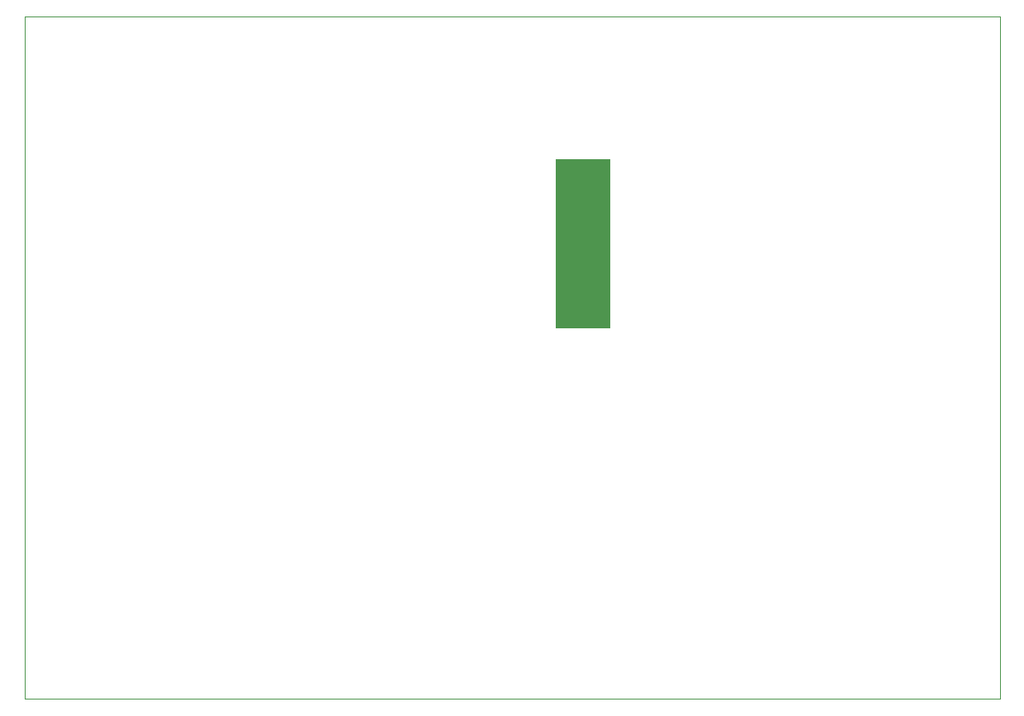
<source format=gbr>
%TF.GenerationSoftware,Altium Limited,Altium Designer,22.8.2 (66)*%
G04 Layer_Color=16711935*
%FSLAX45Y45*%
%MOMM*%
%TF.SameCoordinates,BD556100-397B-4985-8EB5-C039F1F1876F*%
%TF.FilePolarity,Positive*%
%TF.FileFunction,Other,Mechanical_5*%
%TF.Part,Single*%
G01*
G75*
%TA.AperFunction,NonConductor*%
%ADD94C,0.01000*%
G36*
X5449570Y3805720D02*
Y5541480D01*
X6005830D01*
Y3805720D01*
X5449570D01*
D02*
G37*
D94*
X0Y0D02*
X10000018D01*
X0Y7000017D02*
X10000018D01*
Y0D02*
Y7000017D01*
X0Y0D02*
Y7000017D01*
%TF.MD5,4f8c5a1689d3f5313998d4c197e2aa7e*%
M02*

</source>
